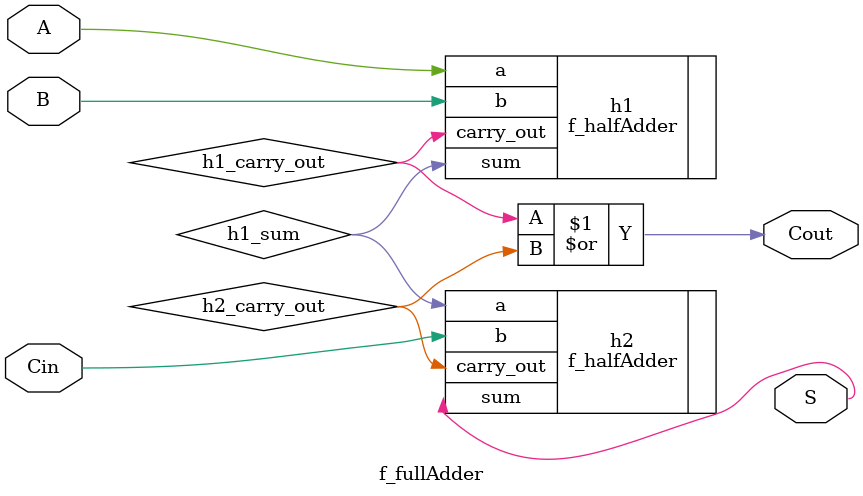
<source format=v>
`timescale 1ns / 1ps


module f_fullAdder(
    input A, B, Cin,
    output S, Cout
    );
    
    wire h1_carry_out, h1_sum;  // 2 adet half-adder kullanilir. semada gorulen cikislar
    wire h2_carry_out;          // icin olusturulan wire
    
    f_halfAdder h1(.a(A), .b(B), .sum(h1_sum), .carry_out(h1_carry_out));
    f_halfAdder h2(.a(h1_sum), .b(Cin), .sum(S), .carry_out(h2_carry_out));
    
    or(Cout, h1_carry_out, h2_carry_out);
    
endmodule

</source>
